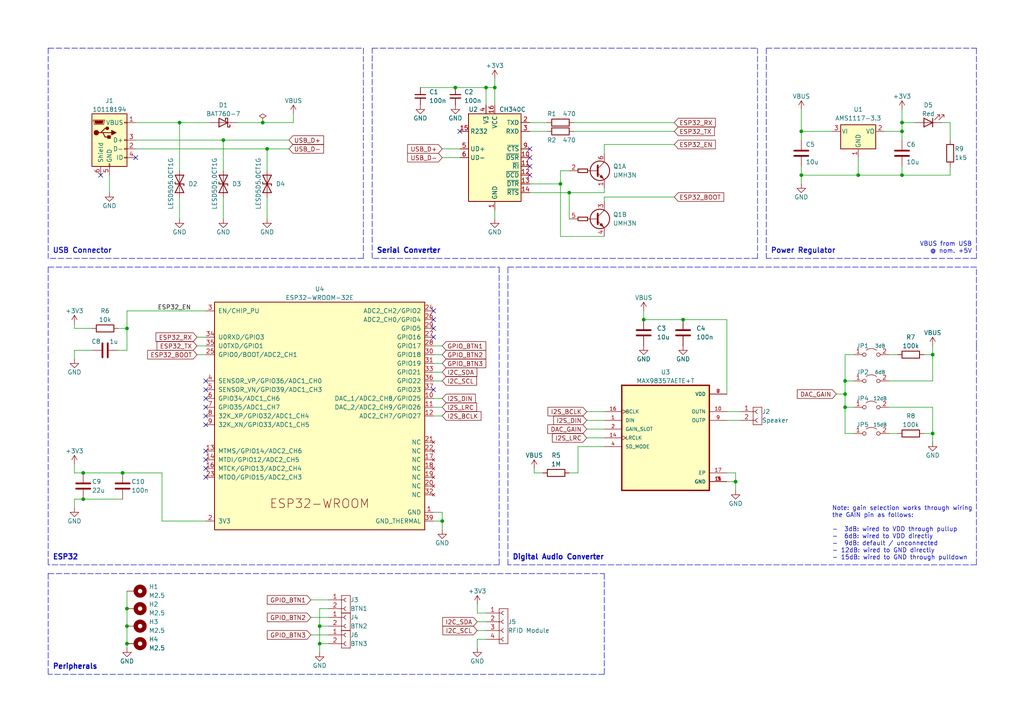
<source format=kicad_sch>
(kicad_sch (version 20211123) (generator eeschema)
  (paper "A4")
  (title_block (title "Jukebox") (date "2022-11-08") (rev "1.0") (company "Jonas Döbertin"))
  (lib_symbols
    (symbol "Connector:Conn_01x02_Female" (pin_names (offset 1.016) hide)
      (property "Reference" "J" (at 0 2.54 0))
      (property "Value" "Conn_01x02_Female" (at 0 -5.08 0))
      (symbol "Conn_01x02_Female_1_1"
        (pin passive line (at -5.08 0 0) (length 3.81) (name "Pin_1") (number "1"))
        (pin passive line (at -5.08 -2.54 0) (length 3.81) (name "Pin_2") (number "2"))
      )
    )
    (symbol "Connector:Conn_01x04_Female" (pin_names (offset 1.016) hide)
      (property "Reference" "J" (at 0 5.08 0))
      (property "Value" "Conn_01x04_Female" (at 0 -7.62 0))
      (symbol "Conn_01x04_Female_1_1"
        (pin passive line (at -5.08 2.54 0) (length 3.81) (name "Pin_1") (number "1"))
        (pin passive line (at -5.08 0 0) (length 3.81) (name "Pin_2") (number "2"))
        (pin passive line (at -5.08 -2.54 0) (length 3.81) (name "Pin_3") (number "3"))
        (pin passive line (at -5.08 -5.08 0) (length 3.81) (name "Pin_4") (number "4"))
      )
    )
    (symbol "Connector:USB_B_Micro" (pin_names (offset 1.016))
      (property "Reference" "J" (at -5.08 11.43 0))
      (property "Value" "USB_B_Micro" (at -5.08 8.89 0))
      (symbol "USB_B_Micro_1_1"
        (pin power_out line (at 7.62 5.08 180) (length 2.54) (name "VBUS") (number "1"))
        (pin bidirectional line (at 7.62 -2.54 180) (length 2.54) (name "D-") (number "2"))
        (pin bidirectional line (at 7.62 0 180) (length 2.54) (name "D+") (number "3"))
        (pin passive line (at 7.62 -5.08 180) (length 2.54) (name "ID") (number "4"))
        (pin power_out line (at 0 -10.16 90) (length 2.54) (name "GND") (number "5"))
        (pin passive line (at -2.54 -10.16 90) (length 2.54) (name "Shield") (number "6"))
      )
    )
    (symbol "Device:C" (pin_numbers hide) (pin_names (offset 0.254))
      (property "Reference" "C" (at 0.635 2.54 0))
      (property "Value" "C" (at 0.635 -2.54 0))
      (symbol "C_1_1"
        (pin passive line (at 0 3.81 270) (length 2.794) (name "~") (number "1"))
        (pin passive line (at 0 -3.81 90) (length 2.794) (name "~") (number "2"))
      )
    )
    (symbol "Device:C_Small" (pin_numbers hide) (pin_names (offset 0.254) hide)
      (property "Reference" "C" (at 0.254 1.778 0))
      (property "Value" "C_Small" (at 0.254 -2.032 0))
      (symbol "C_Small_1_1"
        (pin passive line (at 0 2.54 270) (length 2.032) (name "~") (number "1"))
        (pin passive line (at 0 -2.54 90) (length 2.032) (name "~") (number "2"))
      )
    )
    (symbol "Device:D_Schottky" (pin_numbers hide) (pin_names (offset 1.016) hide)
      (property "Reference" "D" (at 0 2.54 0))
      (property "Value" "D_Schottky" (at 0 -2.54 0))
      (symbol "D_Schottky_1_1"
        (pin passive line (at -3.81 0 0) (length 2.54) (name "K") (number "1"))
        (pin passive line (at 3.81 0 180) (length 2.54) (name "A") (number "2"))
      )
    )
    (symbol "Device:D_TVS" (pin_numbers hide) (pin_names (offset 1.016) hide)
      (property "Reference" "D" (at 0 2.54 0))
      (property "Value" "D_TVS" (at 0 -2.54 0))
      (symbol "D_TVS_1_1"
        (pin passive line (at -3.81 0 0) (length 2.54) (name "A1") (number "1"))
        (pin passive line (at 3.81 0 180) (length 2.54) (name "A2") (number "2"))
      )
    )
    (symbol "Device:LED" (pin_numbers hide) (pin_names (offset 1.016) hide)
      (property "Reference" "D" (at 0 2.54 0))
      (property "Value" "LED" (at 0 -2.54 0))
      (symbol "LED_1_1"
        (pin passive line (at -3.81 0 0) (length 2.54) (name "K") (number "1"))
        (pin passive line (at 3.81 0 180) (length 2.54) (name "A") (number "2"))
      )
    )
    (symbol "Device:R" (pin_numbers hide) (pin_names (offset 0))
      (property "Reference" "R" (at 2.032 0 90))
      (property "Value" "R" (at 0 0 90))
      (symbol "R_1_1"
        (pin passive line (at 0 3.81 270) (length 1.27) (name "~") (number "1"))
        (pin passive line (at 0 -3.81 90) (length 1.27) (name "~") (number "2"))
      )
    )
    (symbol "Espressif:ESP32-WROOM-E" (pin_names (offset 1.016))
      (property "Reference" "U" (at -30.48 38.1 0))
      (property "Value" "ESP32-WROOM-E" (at -30.48 35.56 0))
      (symbol "ESP32-WROOM-E_1_1"
        (text "ESP32-­WROOM­" (at 0 -25.4 0) (effects (font (size 2.54 2.54))))
        (pin power_in line (at 33.02 -27.94 180) (length 2.54) (name "GND") (number "1"))
        (pin bidirectional line (at 33.02 5.08 180) (length 2.54) (name "DAC_1/ADC2_CH8/GPIO25") (number "10"))
        (pin bidirectional line (at 33.02 2.54 180) (length 2.54) (name "DAC_2/ADC2_CH9/GPIO26") (number "11"))
        (pin bidirectional line (at 33.02 0 180) (length 2.54) (name "ADC2_CH7/GPIO27") (number "12"))
        (pin bidirectional line (at -33.02 -10.16 0) (length 2.54) (name "MTMS/GPIO14/ADC2_CH6") (number "13"))
        (pin bidirectional line (at -33.02 -12.7 0) (length 2.54) (name "MTDI/GPIO12/ADC2_CH5") (number "14"))
        (pin passive line (at 33.02 -27.94 180) (length 2.54) hide (name "GND") (number "15"))
        (pin bidirectional line (at -33.02 -15.24 0) (length 2.54) (name "MTCK/GPIO13/ADC2_CH4") (number "16"))
        (pin no_connect line (at 33.02 -12.7 180) (length 2.54) (name "NC") (number "17"))
        (pin no_connect line (at 33.02 -15.24 180) (length 2.54) (name "NC") (number "18"))
        (pin no_connect line (at 33.02 -17.78 180) (length 2.54) (name "NC") (number "19"))
        (pin power_in line (at -33.02 -30.48 0) (length 2.54) (name "3V3") (number "2"))
        (pin no_connect line (at 33.02 -20.32 180) (length 2.54) (name "NC") (number "20"))
        (pin no_connect line (at 33.02 -7.62 180) (length 2.54) (name "NC") (number "21"))
        (pin no_connect line (at 33.02 -10.16 180) (length 2.54) (name "NC") (number "22"))
        (pin bidirectional line (at -33.02 -17.78 0) (length 2.54) (name "MTDO/GPIO15/ADC2_CH3") (number "23"))
        (pin bidirectional line (at 33.02 30.48 180) (length 2.54) (name "ADC2_CH2/GPIO2") (number "24"))
        (pin bidirectional line (at -33.02 17.78 0) (length 2.54) (name "GPIO0/BOOT/ADC2_CH1") (number "25"))
        (pin bidirectional line (at 33.02 27.94 180) (length 2.54) (name "ADC2_CH0/GPIO4") (number "26"))
        (pin bidirectional line (at 33.02 22.86 180) (length 2.54) (name "GPIO16") (number "27"))
        (pin bidirectional line (at 33.02 20.32 180) (length 2.54) (name "GPIO17") (number "28"))
        (pin bidirectional line (at 33.02 25.4 180) (length 2.54) (name "GPIO5") (number "29"))
        (pin input line (at -33.02 30.48 0) (length 2.54) (name "EN/CHIP_PU") (number "3"))
        (pin bidirectional line (at 33.02 17.78 180) (length 2.54) (name "GPIO18") (number "30"))
        (pin bidirectional line (at 33.02 15.24 180) (length 2.54) (name "GPIO19") (number "31"))
        (pin no_connect line (at 33.02 -22.86 180) (length 2.54) (name "NC") (number "32"))
        (pin bidirectional line (at 33.02 12.7 180) (length 2.54) (name "GPIO21") (number "33"))
        (pin bidirectional line (at -33.02 22.86 0) (length 2.54) (name "U0RXD/GPIO3") (number "34"))
        (pin bidirectional line (at -33.02 20.32 0) (length 2.54) (name "U0TXD/GPIO1") (number "35"))
        (pin bidirectional line (at 33.02 10.16 180) (length 2.54) (name "GPIO22") (number "36"))
        (pin bidirectional line (at 33.02 7.62 180) (length 2.54) (name "GPIO23") (number "37"))
        (pin passive line (at 33.02 -27.94 180) (length 2.54) hide (name "GND") (number "38"))
        (pin power_in line (at 33.02 -30.48 180) (length 2.54) (name "GND_THERMAL") (number "39"))
        (pin input line (at -33.02 10.16 0) (length 2.54) (name "SENSOR_VP/GPIO36/ADC1_CH0") (number "4"))
        (pin input line (at -33.02 7.62 0) (length 2.54) (name "SENSOR_VN/GPIO39/ADC1_CH3") (number "5"))
        (pin input line (at -33.02 5.08 0) (length 2.54) (name "GPIO34/ADC1_CH6") (number "6"))
        (pin input line (at -33.02 2.54 0) (length 2.54) (name "GPIO35/ADC1_CH7") (number "7"))
        (pin bidirectional line (at -33.02 0 0) (length 2.54) (name "32K_XP/GPIO32/ADC1_CH4") (number "8"))
        (pin bidirectional line (at -33.02 -2.54 0) (length 2.54) (name "32K_XN/GPIO33/ADC1_CH5") (number "9"))
      )
    )
    (symbol "Interface_USB:CH340C"
      (property "Reference" "U" (at -5.08 13.97 0))
      (property "Value" "CH340C" (at 1.27 13.97 0))
      (symbol "CH340C_1_1"
        (pin power_in line (at 0 -15.24 90) (length 2.54) (name "GND") (number "1"))
        (pin input line (at 10.16 0 180) (length 2.54) (name "~{DSR}") (number "10"))
        (pin input line (at 10.16 -2.54 180) (length 2.54) (name "~{RI}") (number "11"))
        (pin input line (at 10.16 -5.08 180) (length 2.54) (name "~{DCD}") (number "12"))
        (pin output line (at 10.16 -7.62 180) (length 2.54) (name "~{DTR}") (number "13"))
        (pin output line (at 10.16 -10.16 180) (length 2.54) (name "~{RTS}") (number "14"))
        (pin input line (at -10.16 7.62 0) (length 2.54) (name "R232") (number "15"))
        (pin power_in line (at 0 15.24 270) (length 2.54) (name "VCC") (number "16"))
        (pin output line (at 10.16 10.16 180) (length 2.54) (name "TXD") (number "2"))
        (pin input line (at 10.16 7.62 180) (length 2.54) (name "RXD") (number "3"))
        (pin passive line (at -2.54 15.24 270) (length 2.54) (name "V3") (number "4"))
        (pin bidirectional line (at -10.16 2.54 0) (length 2.54) (name "UD+") (number "5"))
        (pin bidirectional line (at -10.16 0 0) (length 2.54) (name "UD-") (number "6"))
        (pin no_connect line (at -7.62 -7.62 0) (length 2.54) hide (name "NC") (number "7"))
        (pin no_connect line (at -7.62 -10.16 0) (length 2.54) hide (name "NC") (number "8"))
        (pin input line (at 10.16 2.54 180) (length 2.54) (name "~{CTS}") (number "9"))
      )
    )
    (symbol "Jumper:Jumper_2_Open" (pin_names (offset 0) hide)
      (property "Reference" "JP" (at 0 2.794 0))
      (property "Value" "Jumper_2_Open" (at 0 -2.286 0))
      (symbol "Jumper_2_Open_1_1"
        (pin passive line (at -5.08 0 0) (length 2.54) (name "A") (number "1"))
        (pin passive line (at 5.08 0 180) (length 2.54) (name "B") (number "2"))
      )
    )
    (symbol "MAX98357AETE_T:MAX98357AETE+T" (pin_names (offset 1.016))
      (property "Reference" "U" (at -12.7 16.2306 0))
      (property "Value" "MAX98357AETE+T" (at -12.7 -19.2278 0))
      (symbol "MAX98357AETE+T_0_0"
        (pin input line (at -17.78 5.08 0) (length 5.08) (name "DIN") (number "1"))
        (pin output line (at 17.78 7.62 180) (length 5.08) (name "OUTN") (number "10"))
        (pin power_in line (at 17.78 -12.7 180) (length 5.08) (name "GND") (number "11"))
        (pin input clock (at -17.78 0 0) (length 5.08) (name "LRCLK") (number "14"))
        (pin power_in line (at 17.78 -12.7 180) (length 5.08) (name "GND") (number "15"))
        (pin input clock (at -17.78 7.62 0) (length 5.08) (name "BCLK") (number "16"))
        (pin power_in line (at 17.78 -10.16 180) (length 5.08) (name "EP") (number "17"))
        (pin input line (at -17.78 2.54 0) (length 5.08) (name "GAIN_SLOT") (number "2"))
        (pin power_in line (at 17.78 -12.7 180) (length 5.08) (name "GND") (number "3"))
        (pin input line (at -17.78 -2.54 0) (length 5.08) (name "SD_MODE") (number "4"))
        (pin power_in line (at 17.78 12.7 180) (length 5.08) (name "VDD") (number "7"))
        (pin power_in line (at 17.78 12.7 180) (length 5.08) (name "VDD") (number "8"))
        (pin output line (at 17.78 5.08 180) (length 5.08) (name "OUTP") (number "9"))
      )
    )
    (symbol "Mechanical:MountingHole_Pad" (pin_numbers hide) (pin_names (offset 1.016) hide)
      (property "Reference" "H" (at 0 6.35 0))
      (property "Value" "MountingHole_Pad" (at 0 4.445 0))
      (symbol "MountingHole_Pad_1_1"
        (pin input line (at 0 -2.54 90) (length 2.54) (name "1") (number "1"))
      )
    )
    (symbol "Power_Protection:USBLC6-2SC6" (pin_names hide)
      (property "Reference" "U" (at 2.54 8.89 0))
      (property "Value" "USBLC6-2SC6" (at 2.54 -8.89 0))
      (symbol "USBLC6-2SC6_1_1"
        (pin passive line (at -10.16 -2.54 0) (length 2.54) (name "I/O1") (number "1"))
        (pin passive line (at 0 -10.16 90) (length 2.54) (name "GND") (number "2"))
        (pin passive line (at 10.16 -2.54 180) (length 2.54) (name "I/O2") (number "3"))
        (pin passive line (at 10.16 2.54 180) (length 2.54) (name "I/O2") (number "4"))
        (pin passive line (at 0 10.16 270) (length 2.54) (name "VBUS") (number "5"))
        (pin passive line (at -10.16 2.54 0) (length 2.54) (name "I/O1") (number "6"))
      )
    )
    (symbol "Regulator_Linear:AMS1117-3.3" (pin_names (offset 0.254))
      (property "Reference" "U" (at -3.81 3.175 0))
      (property "Value" "AMS1117-3.3" (at 0 3.175 0))
      (symbol "AMS1117-3.3_1_1"
        (pin power_in line (at 0 -7.62 90) (length 2.54) (name "GND") (number "1"))
        (pin power_out line (at 7.62 0 180) (length 2.54) (name "VO") (number "2"))
        (pin power_in line (at -7.62 0 0) (length 2.54) (name "VI") (number "3"))
      )
    )
    (symbol "Transistor_BJT:UMH3N" (pin_names hide)
      (property "Reference" "Q" (at 7.62 1.27 0))
      (property "Value" "UMH3N" (at 7.62 -1.27 0))
      (symbol "UMH3N_1_1"
        (pin passive line (at 5.08 -5.08 90) (length 2.54) (name "E1") (number "1"))
        (pin input line (at -5.08 0 0) (length 2.54) (name "B1") (number "2"))
        (pin passive line (at 5.08 5.08 270) (length 2.54) (name "C1") (number "6"))
      )
      (symbol "UMH3N_2_1"
        (pin passive line (at 5.08 5.08 270) (length 2.54) (name "C2") (number "3"))
        (pin passive line (at 5.08 -5.08 90) (length 2.54) (name "E2") (number "4"))
        (pin input line (at -5.08 0 0) (length 2.54) (name "B2") (number "5"))
      )
    )
    (symbol "power:+3V3" (power) (pin_names (offset 0))
      (property "Value" "+3V3" (at 0 3.556 0))
      (symbol "+3V3_1_1"
        (pin power_in line (at 0 0 90) (length 0) hide (name "+3V3") (number "1"))
      )
    )
    (symbol "power:GND" (power) (pin_names (offset 0))
      (property "Value" "GND" (at 0 -3.81 0))
      (symbol "GND_1_1"
        (pin power_in line (at 0 0 270) (length 0) hide (name "GND") (number "1"))
      )
    )
    (symbol "power:PWR_FLAG" (power) (pin_numbers hide) (pin_names (offset 0) hide)
      (property "Value" "PWR_FLAG" (at 0 3.81 0))
      (symbol "PWR_FLAG_0_0"
        (pin power_out line (at 0 0 90) (length 0) (name "pwr") (number "1"))
      )
    )
    (symbol "power:VBUS" (power) (pin_names (offset 0))
      (property "Value" "VBUS" (at 0 3.81 0))
      (symbol "VBUS_1_1"
        (pin power_in line (at 0 0 90) (length 0) hide (name "VBUS") (number "1"))
      )
    )
  )
  (junction (at 245.11 118.11))
  (junction (at 245.11 110.49))
  (junction (at 77.47 43.18))
  (junction (at 140.97 25.4))
  (junction (at 261.62 50.8))
  (junction (at 128.27 151.13))
  (junction (at 36.83 186.69))
  (junction (at 213.36 139.7))
  (junction (at 36.83 181.61))
  (junction (at 24.13 137.16))
  (junction (at 36.83 176.53))
  (junction (at 35.56 137.16))
  (junction (at 261.62 38.1))
  (junction (at 232.41 38.1))
  (junction (at 92.71 181.61))
  (junction (at 132.08 25.4))
  (junction (at 261.62 35.56))
  (junction (at 52.07 35.56))
  (junction (at 36.83 95.25))
  (junction (at 245.11 114.3))
  (junction (at 270.51 102.87))
  (junction (at 270.51 125.73))
  (junction (at 248.92 50.8))
  (junction (at 232.41 50.8))
  (junction (at 92.71 186.69))
  (junction (at 162.56 53.34))
  (junction (at 186.69 92.71))
  (junction (at 198.12 92.71))
  (junction (at 143.51 25.4))
  (junction (at 24.13 144.78))
  (junction (at 76.2 35.56))
  (junction (at 165.1 55.88))
  (junction (at 64.77 40.64))
  (no_connect (at 153.67 50.8))
  (no_connect (at 59.69 135.89))
  (no_connect (at 125.73 90.17))
  (no_connect (at 153.67 43.18))
  (no_connect (at 125.73 97.79))
  (no_connect (at 153.67 48.26))
  (no_connect (at 133.35 38.1))
  (no_connect (at 59.69 130.81))
  (no_connect (at 59.69 120.65))
  (no_connect (at 125.73 113.03))
  (no_connect (at 59.69 138.43))
  (no_connect (at 153.67 45.72))
  (no_connect (at 29.21 50.8))
  (no_connect (at 59.69 113.03))
  (no_connect (at 59.69 133.35))
  (no_connect (at 125.73 95.25))
  (no_connect (at 59.69 123.19))
  (no_connect (at 59.69 115.57))
  (no_connect (at 125.73 92.71))
  (no_connect (at 39.37 45.72))
  (no_connect (at 59.69 118.11))
  (no_connect (at 59.69 110.49))
  (wire (pts (xy 52.07 35.56) (xy 60.96 35.56)))
  (wire (pts (xy 57.15 102.87) (xy 59.69 102.87)))
  (wire (pts (xy 64.77 40.64) (xy 64.77 49.53)))
  (wire (pts (xy 77.47 43.18) (xy 77.47 49.53)))
  (wire (pts (xy 92.71 181.61) (xy 92.71 186.69)))
  (polyline (pts (xy 218.44 118.11) (xy 218.44 123.19)) (stroke (width 0) (type solid) (color 132 0 0 1)))
  (wire (pts (xy 46.99 151.13) (xy 59.69 151.13)))
  (wire (pts (xy 90.17 184.15) (xy 95.25 184.15)))
  (wire (pts (xy 121.92 25.4) (xy 132.08 25.4)))
  (wire (pts (xy 162.56 53.34) (xy 162.56 68.58)))
  (wire (pts (xy 143.51 22.86) (xy 143.51 25.4)))
  (polyline (pts (xy 220.98 123.19) (xy 220.98 118.11)) (stroke (width 0) (type solid) (color 132 0 0 1)))
  (polyline (pts (xy 13.97 13.97) (xy 105.41 13.97)))
  (wire (pts (xy 270.51 102.87) (xy 270.51 110.49)))
  (wire (pts (xy 128.27 43.18) (xy 133.35 43.18)))
  (wire (pts (xy 165.1 49.53) (xy 162.56 49.53)))
  (wire (pts (xy 210.82 139.7) (xy 213.36 139.7)))
  (wire (pts (xy 64.77 40.64) (xy 83.82 40.64)))
  (wire (pts (xy 232.41 40.64) (xy 232.41 38.1)))
  (polyline (pts (xy 218.44 118.11) (xy 220.98 118.11)) (stroke (width 0) (type solid) (color 132 0 0 1)))
  (wire (pts (xy 261.62 50.8) (xy 275.59 50.8)))
  (wire (pts (xy 21.59 101.6) (xy 21.59 104.14)))
  (polyline (pts (xy 144.78 163.83) (xy 13.97 163.83)))
  (wire (pts (xy 21.59 144.78) (xy 21.59 147.32)))
  (wire (pts (xy 245.11 110.49) (xy 245.11 114.3)))
  (wire (pts (xy 245.11 114.3) (xy 245.11 118.11)))
  (wire (pts (xy 140.97 30.48) (xy 140.97 25.4)))
  (wire (pts (xy 198.12 92.71) (xy 210.82 92.71)))
  (wire (pts (xy 270.51 128.27) (xy 270.51 125.73)))
  (wire (pts (xy 157.48 137.16) (xy 154.94 137.16)))
  (wire (pts (xy 128.27 153.67) (xy 128.27 151.13)))
  (polyline (pts (xy 99.06 182.88) (xy 101.6 182.88)) (stroke (width 0) (type solid) (color 132 0 0 1)))
  (wire (pts (xy 34.29 101.6) (xy 36.83 101.6)))
  (polyline (pts (xy 219.71 13.97) (xy 219.71 74.93)))
  (polyline (pts (xy 144.78 176.53) (xy 144.78 186.69)) (stroke (width 0) (type solid) (color 132 0 0 1)))
  (polyline (pts (xy 147.32 163.83) (xy 147.32 77.47)))
  (wire (pts (xy 138.43 187.96) (xy 138.43 185.42)))
  (wire (pts (xy 267.97 125.73) (xy 270.51 125.73)))
  (wire (pts (xy 175.26 54.61) (xy 175.26 55.88)))
  (wire (pts (xy 214.63 121.92) (xy 210.82 121.92)))
  (wire (pts (xy 36.83 187.96) (xy 36.83 186.69)))
  (wire (pts (xy 175.26 58.42) (xy 175.26 57.15)))
  (polyline (pts (xy 219.71 74.93) (xy 107.95 74.93)))
  (wire (pts (xy 128.27 115.57) (xy 125.73 115.57)))
  (polyline (pts (xy 99.06 177.8) (xy 101.6 177.8)) (stroke (width 0) (type solid) (color 132 0 0 1)))
  (wire (pts (xy 167.64 129.54) (xy 167.64 137.16)))
  (wire (pts (xy 166.37 38.1) (xy 195.58 38.1)))
  (polyline (pts (xy 218.44 123.19) (xy 220.98 123.19)) (stroke (width 0) (type solid) (color 132 0 0 1)))
  (wire (pts (xy 24.13 137.16) (xy 35.56 137.16)))
  (wire (pts (xy 210.82 114.3) (xy 210.82 92.71)))
  (wire (pts (xy 275.59 48.26) (xy 275.59 50.8)))
  (wire (pts (xy 175.26 44.45) (xy 175.26 41.91)))
  (wire (pts (xy 143.51 30.48) (xy 143.51 25.4)))
  (wire (pts (xy 267.97 102.87) (xy 270.51 102.87)))
  (wire (pts (xy 39.37 40.64) (xy 64.77 40.64)))
  (wire (pts (xy 21.59 137.16) (xy 24.13 137.16)))
  (wire (pts (xy 257.81 118.11) (xy 270.51 118.11)))
  (wire (pts (xy 138.43 185.42) (xy 140.97 185.42)))
  (polyline (pts (xy 283.21 74.93) (xy 222.25 74.93)))
  (wire (pts (xy 153.67 55.88) (xy 165.1 55.88)))
  (polyline (pts (xy 105.41 74.93) (xy 13.97 74.93)))
  (wire (pts (xy 128.27 120.65) (xy 125.73 120.65)))
  (wire (pts (xy 165.1 55.88) (xy 175.26 55.88)))
  (wire (pts (xy 26.67 101.6) (xy 21.59 101.6)))
  (wire (pts (xy 158.75 38.1) (xy 153.67 38.1)))
  (wire (pts (xy 143.51 63.5) (xy 143.51 60.96)))
  (wire (pts (xy 52.07 57.15) (xy 52.07 63.5)))
  (wire (pts (xy 92.71 176.53) (xy 92.71 181.61)))
  (wire (pts (xy 26.67 95.25) (xy 21.59 95.25)))
  (wire (pts (xy 232.41 38.1) (xy 241.3 38.1)))
  (polyline (pts (xy 222.25 13.97) (xy 222.25 74.93)))
  (wire (pts (xy 138.43 175.26) (xy 138.43 177.8)))
  (polyline (pts (xy 101.6 172.72) (xy 101.6 177.8)) (stroke (width 0) (type solid) (color 132 0 0 1)))
  (wire (pts (xy 170.18 124.46) (xy 175.26 124.46)))
  (polyline (pts (xy 101.6 182.88) (xy 101.6 187.96)) (stroke (width 0) (type solid) (color 132 0 0 1)))
  (wire (pts (xy 245.11 118.11) (xy 245.11 125.73)))
  (wire (pts (xy 261.62 48.26) (xy 261.62 50.8)))
  (wire (pts (xy 77.47 43.18) (xy 83.82 43.18)))
  (wire (pts (xy 128.27 110.49) (xy 125.73 110.49)))
  (wire (pts (xy 170.18 127) (xy 175.26 127)))
  (wire (pts (xy 248.92 50.8) (xy 261.62 50.8)))
  (wire (pts (xy 132.08 25.4) (xy 140.97 25.4)))
  (wire (pts (xy 92.71 186.69) (xy 92.71 189.23)))
  (wire (pts (xy 214.63 119.38) (xy 210.82 119.38)))
  (wire (pts (xy 213.36 137.16) (xy 213.36 139.7)))
  (wire (pts (xy 175.26 41.91) (xy 195.58 41.91)))
  (wire (pts (xy 154.94 135.89) (xy 154.94 137.16)))
  (wire (pts (xy 248.92 45.72) (xy 248.92 50.8)))
  (wire (pts (xy 140.97 25.4) (xy 143.51 25.4)))
  (wire (pts (xy 242.57 114.3) (xy 245.11 114.3)))
  (wire (pts (xy 257.81 125.73) (xy 260.35 125.73)))
  (wire (pts (xy 57.15 100.33) (xy 59.69 100.33)))
  (wire (pts (xy 36.83 90.17) (xy 59.69 90.17)))
  (wire (pts (xy 128.27 118.11) (xy 125.73 118.11)))
  (polyline (pts (xy 175.26 166.37) (xy 175.26 195.58)))
  (wire (pts (xy 232.41 50.8) (xy 232.41 53.34)))
  (wire (pts (xy 36.83 181.61) (xy 36.83 186.69)))
  (polyline (pts (xy 107.95 74.93) (xy 107.95 13.97)))
  (wire (pts (xy 170.18 121.92) (xy 175.26 121.92)))
  (wire (pts (xy 210.82 137.16) (xy 213.36 137.16)))
  (wire (pts (xy 245.11 110.49) (xy 247.65 110.49)))
  (wire (pts (xy 213.36 139.7) (xy 213.36 142.24)))
  (wire (pts (xy 128.27 105.41) (xy 125.73 105.41)))
  (wire (pts (xy 36.83 95.25) (xy 36.83 90.17)))
  (wire (pts (xy 35.56 137.16) (xy 46.99 137.16)))
  (polyline (pts (xy 101.6 187.96) (xy 99.06 187.96)) (stroke (width 0) (type solid) (color 132 0 0 1)))
  (wire (pts (xy 273.05 35.56) (xy 275.59 35.56)))
  (wire (pts (xy 167.64 137.16) (xy 165.1 137.16)))
  (wire (pts (xy 245.11 118.11) (xy 247.65 118.11)))
  (wire (pts (xy 36.83 95.25) (xy 36.83 101.6)))
  (wire (pts (xy 52.07 35.56) (xy 52.07 49.53)))
  (polyline (pts (xy 99.06 177.8) (xy 99.06 182.88)) (stroke (width 0) (type solid) (color 132 0 0 1)))
  (wire (pts (xy 275.59 35.56) (xy 275.59 40.64)))
  (polyline (pts (xy 13.97 13.97) (xy 13.97 74.93)))
  (wire (pts (xy 270.51 100.33) (xy 270.51 102.87)))
  (polyline (pts (xy 283.21 13.97) (xy 283.21 74.93)))
  (wire (pts (xy 270.51 118.11) (xy 270.51 125.73)))
  (wire (pts (xy 165.1 55.88) (xy 165.1 63.5)))
  (polyline (pts (xy 99.06 177.8) (xy 101.6 177.8)) (stroke (width 0) (type solid) (color 132 0 0 1)))
  (wire (pts (xy 92.71 181.61) (xy 95.25 181.61)))
  (polyline (pts (xy 144.78 77.47) (xy 144.78 163.83)))
  (polyline (pts (xy 13.97 166.37) (xy 13.97 195.58)))
  (wire (pts (xy 90.17 179.07) (xy 95.25 179.07)))
  (wire (pts (xy 21.59 134.62) (xy 21.59 137.16)))
  (wire (pts (xy 68.58 35.56) (xy 76.2 35.56)))
  (wire (pts (xy 128.27 148.59) (xy 128.27 151.13)))
  (polyline (pts (xy 99.06 177.8) (xy 99.06 172.72)) (stroke (width 0) (type solid) (color 132 0 0 1)))
  (wire (pts (xy 167.64 129.54) (xy 175.26 129.54)))
  (wire (pts (xy 257.81 102.87) (xy 260.35 102.87)))
  (polyline (pts (xy 99.06 172.72) (xy 101.6 172.72)) (stroke (width 0) (type solid) (color 132 0 0 1)))
  (wire (pts (xy 175.26 68.58) (xy 162.56 68.58)))
  (wire (pts (xy 245.11 125.73) (xy 247.65 125.73)))
  (wire (pts (xy 125.73 151.13) (xy 128.27 151.13)))
  (polyline (pts (xy 99.06 182.88) (xy 99.06 187.96)) (stroke (width 0) (type solid) (color 132 0 0 1)))
  (polyline (pts (xy 101.6 182.88) (xy 99.06 182.88)) (stroke (width 0) (type solid) (color 132 0 0 1)))
  (wire (pts (xy 128.27 107.95) (xy 125.73 107.95)))
  (wire (pts (xy 36.83 171.45) (xy 36.83 176.53)))
  (wire (pts (xy 57.15 97.79) (xy 59.69 97.79)))
  (polyline (pts (xy 13.97 77.47) (xy 13.97 163.83)))
  (wire (pts (xy 138.43 180.34) (xy 140.97 180.34)))
  (wire (pts (xy 170.18 119.38) (xy 175.26 119.38)))
  (wire (pts (xy 261.62 35.56) (xy 261.62 38.1)))
  (wire (pts (xy 34.29 95.25) (xy 36.83 95.25)))
  (wire (pts (xy 153.67 53.34) (xy 162.56 53.34)))
  (wire (pts (xy 90.17 173.99) (xy 95.25 173.99)))
  (wire (pts (xy 85.09 35.56) (xy 85.09 33.02)))
  (polyline (pts (xy 283.21 100.33) (xy 283.21 163.83)))
  (wire (pts (xy 95.25 176.53) (xy 92.71 176.53)))
  (wire (pts (xy 125.73 148.59) (xy 128.27 148.59)))
  (wire (pts (xy 31.75 55.88) (xy 31.75 50.8)))
  (polyline (pts (xy 283.21 163.83) (xy 147.32 163.83)))
  (wire (pts (xy 257.81 110.49) (xy 270.51 110.49)))
  (wire (pts (xy 76.2 35.56) (xy 85.09 35.56)))
  (wire (pts (xy 175.26 57.15) (xy 195.58 57.15)))
  (polyline (pts (xy 283.21 77.47) (xy 186.69 77.47)))
  (wire (pts (xy 64.77 57.15) (xy 64.77 63.5)))
  (wire (pts (xy 128.27 100.33) (xy 125.73 100.33)))
  (polyline (pts (xy 175.26 195.58) (xy 13.97 195.58)))
  (wire (pts (xy 248.92 50.8) (xy 232.41 50.8)))
  (wire (pts (xy 158.75 35.56) (xy 153.67 35.56)))
  (wire (pts (xy 261.62 35.56) (xy 265.43 35.56)))
  (wire (pts (xy 232.41 31.75) (xy 232.41 38.1)))
  (wire (pts (xy 245.11 102.87) (xy 245.11 110.49)))
  (wire (pts (xy 36.83 176.53) (xy 36.83 181.61)))
  (wire (pts (xy 138.43 182.88) (xy 140.97 182.88)))
  (polyline (pts (xy 144.78 176.53) (xy 147.32 176.53)) (stroke (width 0) (type solid) (color 132 0 0 1)))
  (polyline (pts (xy 13.97 166.37) (xy 175.26 166.37)))
  (wire (pts (xy 256.54 38.1) (xy 261.62 38.1)))
  (wire (pts (xy 232.41 50.8) (xy 232.41 48.26)))
  (wire (pts (xy 21.59 95.25) (xy 21.59 93.98)))
  (wire (pts (xy 140.97 177.8) (xy 138.43 177.8)))
  (polyline (pts (xy 186.69 77.47) (xy 186.69 77.47)))
  (polyline (pts (xy 147.32 77.47) (xy 186.69 77.47)))
  (wire (pts (xy 92.71 186.69) (xy 95.25 186.69)))
  (wire (pts (xy 24.13 144.78) (xy 21.59 144.78)))
  (wire (pts (xy 186.69 90.17) (xy 186.69 92.71)))
  (wire (pts (xy 24.13 144.78) (xy 35.56 144.78)))
  (polyline (pts (xy 101.6 177.8) (xy 101.6 182.88)) (stroke (width 0) (type solid) (color 132 0 0 1)))
  (wire (pts (xy 162.56 49.53) (xy 162.56 53.34)))
  (wire (pts (xy 128.27 102.87) (xy 125.73 102.87)))
  (polyline (pts (xy 222.25 13.97) (xy 283.21 13.97)))
  (wire (pts (xy 39.37 35.56) (xy 52.07 35.56)))
  (polyline (pts (xy 147.32 186.69) (xy 147.32 176.53)) (stroke (width 0) (type solid) (color 132 0 0 1)))
  (wire (pts (xy 247.65 102.87) (xy 245.11 102.87)))
  (polyline (pts (xy 144.78 186.69) (xy 147.32 186.69)) (stroke (width 0) (type solid) (color 132 0 0 1)))
  (wire (pts (xy 46.99 137.16) (xy 46.99 151.13)))
  (wire (pts (xy 39.37 43.18) (xy 77.47 43.18)))
  (wire (pts (xy 166.37 35.56) (xy 195.58 35.56)))
  (polyline (pts (xy 107.95 13.97) (xy 219.71 13.97)))
  (polyline (pts (xy 105.41 13.97) (xy 105.41 74.93)))
  (wire (pts (xy 261.62 38.1) (xy 261.62 40.64)))
  (wire (pts (xy 261.62 31.75) (xy 261.62 35.56)))
  (wire (pts (xy 186.69 92.71) (xy 198.12 92.71)))
  (wire (pts (xy 128.27 45.72) (xy 133.35 45.72)))
  (polyline (pts (xy 13.97 77.47) (xy 144.78 77.47)))
  (wire (pts (xy 77.47 57.15) (xy 77.47 63.5)))
  (polyline (pts (xy 283.21 100.33) (xy 283.21 77.47)))
  (text "Digital Audio Converter" (at 148.59 162.56 0) (effects (font (size 1.5 1.5) bold) (justify left bottom)))
  (text "Note: gain selection works through wiring\nthe GAIN pin as follows:\n\n-  3dB: wired to VDD through pullup\n-  6dB: wired to VDD directly\n-  9dB: default / unconnected\n- 12dB: wired to GND directly\n- 15dB: wired to GND through pulldown" (at 241.3 162.56 0) (effects (font (size 1.27 1.27)) (justify left bottom)))
  (text "ESP32" (at 15.24 162.56 0) (effects (font (size 1.5 1.5) (thickness 0.3) bold) (justify left bottom)))
  (text "USB Connector" (at 15.24 73.66 0) (effects (font (size 1.5 1.5) (thickness 0.254) bold) (justify left bottom)))
  (text "VBUS from USB\n@ nom. +5V" (at 281.94 73.66 180) (effects (font (size 1.27 1.27)) (justify right bottom)))
  (text "Changes:\n\n- Switched 2x S8050 in programming circuit for UMH3" (at 307.34 16.51 0) (effects (font (size 1.27 1.27)) (justify left bottom)))
  (text "Power Regulator" (at 223.52 73.66 0) (effects (font (size 1.5 1.5) (thickness 0.254) bold) (justify left bottom)))
  (text "Serial Converter" (at 109.22 73.66 0) (effects (font (size 1.5 1.5) (thickness 0.3) bold) (justify left bottom)))
  (text "Peripherals" (at 15.24 194.31 0) (effects (font (size 1.5 1.5) (thickness 0.3) bold) (justify left bottom)))
  (label "ESP32_EN" (at 45.72 90.17 0))
  (global_label "I2S_LRC" (shape input) (at 128.27 118.11 0) (property "Intersheet References" "${INTERSHEET_REFS}" (effects hide)))
  (global_label "GPIO_BTN3" (shape input) (at 90.17 184.15 180) (property "Intersheet References" "${INTERSHEET_REFS}" (effects hide)))
  (global_label "DAC_GAIN" (shape input) (at 170.18 124.46 180) (property "Intersheet References" "${INTERSHEET_REFS}" (effects hide)))
  (global_label "I2S_DIN" (shape input) (at 128.27 115.57 0) (property "Intersheet References" "${INTERSHEET_REFS}" (effects hide)))
  (global_label "I2S_BCLK" (shape input) (at 170.18 119.38 180) (property "Intersheet References" "${INTERSHEET_REFS}" (effects hide)))
  (global_label "I2S_DIN" (shape input) (at 170.18 121.92 180) (property "Intersheet References" "${INTERSHEET_REFS}" (effects hide)))
  (global_label "I2C_SDA" (shape input) (at 138.43 180.34 180) (property "Intersheet References" "${INTERSHEET_REFS}" (effects hide)))
  (global_label "USB_D+" (shape input) (at 83.82 40.64 0) (property "Intersheet References" "${INTERSHEET_REFS}" (effects hide)))
  (global_label "ESP32_EN" (shape input) (at 195.58 41.91 0) (property "Intersheet References" "${INTERSHEET_REFS}" (effects hide)))
  (global_label "ESP32_BOOT" (shape input) (at 195.58 57.15 0) (property "Intersheet References" "${INTERSHEET_REFS}" (effects hide)))
  (global_label "ESP32_BOOT" (shape input) (at 57.15 102.87 180) (property "Intersheet References" "${INTERSHEET_REFS}" (effects hide)))
  (global_label "USB_D-" (shape input) (at 83.82 43.18 0) (property "Intersheet References" "${INTERSHEET_REFS}" (effects hide)))
  (global_label "I2C_SDA" (shape input) (at 128.27 107.95 0) (property "Intersheet References" "${INTERSHEET_REFS}" (effects hide)))
  (global_label "I2C_SCL" (shape input) (at 138.43 182.88 180) (property "Intersheet References" "${INTERSHEET_REFS}" (effects hide)))
  (global_label "I2S_BCLK" (shape input) (at 128.27 120.65 0) (property "Intersheet References" "${INTERSHEET_REFS}" (effects hide)))
  (global_label "GPIO_BTN1" (shape input) (at 128.27 100.33 0) (property "Intersheet References" "${INTERSHEET_REFS}" (effects hide)))
  (global_label "I2S_LRC" (shape input) (at 170.18 127 180) (property "Intersheet References" "${INTERSHEET_REFS}" (effects hide)))
  (global_label "GPIO_BTN1" (shape input) (at 90.17 173.99 180) (property "Intersheet References" "${INTERSHEET_REFS}" (effects hide)))
  (global_label "GPIO_BTN2" (shape input) (at 128.27 102.87 0) (property "Intersheet References" "${INTERSHEET_REFS}" (effects hide)))
  (global_label "ESP32_TX" (shape input) (at 195.58 38.1 0) (property "Intersheet References" "${INTERSHEET_REFS}" (effects hide)))
  (global_label "USB_D+" (shape input) (at 128.27 43.18 180) (property "Intersheet References" "${INTERSHEET_REFS}" (effects hide)))
  (global_label "DAC_GAIN" (shape input) (at 242.57 114.3 180) (property "Intersheet References" "${INTERSHEET_REFS}" (effects hide)))
  (global_label "USB_D-" (shape input) (at 128.27 45.72 180) (property "Intersheet References" "${INTERSHEET_REFS}" (effects hide)))
  (global_label "I2C_SCL" (shape input) (at 128.27 110.49 0) (property "Intersheet References" "${INTERSHEET_REFS}" (effects hide)))
  (global_label "ESP32_RX" (shape input) (at 195.58 35.56 0) (property "Intersheet References" "${INTERSHEET_REFS}" (effects hide)))
  (global_label "ESP32_TX" (shape input) (at 57.15 100.33 180) (property "Intersheet References" "${INTERSHEET_REFS}" (effects hide)))
  (global_label "ESP32_RX" (shape input) (at 57.15 97.79 180) (property "Intersheet References" "${INTERSHEET_REFS}" (effects hide)))
  (global_label "GPIO_BTN2" (shape input) (at 90.17 179.07 180) (property "Intersheet References" "${INTERSHEET_REFS}" (effects hide)))
  (global_label "GPIO_BTN3" (shape input) (at 128.27 105.41 0) (property "Intersheet References" "${INTERSHEET_REFS}" (effects hide)))
  (symbol (lib_id "Mechanical:MountingHole_Pad") (at 39.37 181.61 270) (unit 1)
    (property "Reference" "H3" (at 43.18 180.3399 90) (effects (justify left)))
    (property "Value" "M2.5" (at 43.18 182.8799 90) (effects (justify left)))
    (property "Footprint" "MountingHole:MountingHole_2.7mm_M2.5_Pad_Via" (effects hide))
  )
  (symbol (lib_id "power:GND") (at 52.07 63.5 0) (unit 1)
    (property "Reference" "#PWR0105" (effects hide))
    (property "Value" "GND" (at 52.07 67.31 0))
  )
  (symbol (lib_id "power:GND") (at 21.59 104.14 0) (unit 1)
    (property "Reference" "#PWR018" (effects hide))
    (property "Value" "GND" (at 21.59 107.95 0))
  )
  (symbol (lib_id "power:GND") (at 128.27 153.67 0) (unit 1)
    (property "Reference" "#PWR022" (effects hide))
    (property "Value" "GND" (at 128.27 157.48 0))
  )
  (symbol (lib_id "power:GND") (at 92.71 189.23 0) (unit 1)
    (property "Reference" "#PWR026" (effects hide))
    (property "Value" "GND" (at 92.71 193.04 0))
  )
  (symbol (lib_id "power:+3V3") (at 21.59 93.98 0) (unit 1)
    (property "Reference" "#PWR016" (effects hide))
    (property "Value" "+3V3" (at 21.59 90.17 0))
  )
  (symbol (lib_id "power:VBUS") (at 186.69 90.17 0) (unit 1)
    (property "Reference" "#PWR04" (effects hide))
    (property "Value" "VBUS" (at 186.69 86.36 0))
  )
  (symbol (lib_id "Mechanical:MountingHole_Pad") (at 39.37 171.45 270) (unit 1)
    (property "Reference" "H1" (at 43.18 170.1799 90) (effects (justify left)))
    (property "Value" "M2.5" (at 43.18 172.7199 90) (effects (justify left)))
    (property "Footprint" "MountingHole:MountingHole_2.7mm_M2.5_Pad_Via" (effects hide))
  )
  (symbol (lib_id "Transistor_BJT:UMH3N") (at 170.18 49.53 0) (unit 1)
    (property "Reference" "Q1" (at 177.8 48.2599 0) (effects (justify left)))
    (property "Value" "UMH3N" (at 177.8 50.7999 0) (effects (justify left)))
    (property "Footprint" "Package_TO_SOT_SMD:SOT-363_SC-70-6" (effects hide))
    (property "Datasheet" "http://rohmfs.rohm.com/en/products/databook/datasheet/discrete/transistor/digital/emh3t2r-e.pdf" (effects hide))
    (property "LCSC" "C62892" (effects hide))
  )
  (symbol (lib_id "Connector:Conn_01x02_Female") (at 219.71 119.38 0) (unit 1)
    (property "Reference" "J2" (at 220.98 119.38 0) (effects (justify left)))
    (property "Value" "Speaker" (at 220.98 121.92 0) (effects (justify left)))
    (property "Footprint" "Connector_Molex:Molex_KK-254_AE-6410-02A_1x02_P2.54mm_Vertical" (effects hide))
  )
  (symbol (lib_id "Jumper:Jumper_2_Open") (at 252.73 118.11 0) (unit 1)
    (property "Reference" "JP4" (at 250.19 115.57 0))
    (property "Value" "12dB" (at 255.27 115.57 0) (effects (font (size 1 1))))
    (property "Footprint" "Connector_PinHeader_2.54mm:PinHeader_1x02_P2.54mm_Vertical" (effects hide))
  )
  (symbol (lib_id "power:GND") (at 143.51 63.5 0) (unit 1)
    (property "Reference" "#PWR013" (effects hide))
    (property "Value" "GND" (at 143.51 67.31 0))
  )
  (symbol (lib_id "Connector:Conn_01x02_Female") (at 100.33 179.07 0) (unit 1)
    (property "Reference" "J4" (at 101.6 179.0699 0) (effects (justify left)))
    (property "Value" "BTN2" (at 101.6 181.61 0) (effects (justify left)))
    (property "Footprint" "Connector_Molex:Molex_KK-254_AE-6410-02A_1x02_P2.54mm_Vertical" (effects hide))
  )
  (symbol (lib_id "power:GND") (at 132.08 30.48 0) (unit 1)
    (property "Reference" "#PWR03" (effects hide))
    (property "Value" "GND" (at 132.08 34.29 0))
  )
  (symbol (lib_id "MAX98357AETE_T:MAX98357AETE+T") (at 193.04 127 0) (unit 1)
    (property "Reference" "U3" (at 193.04 107.95 0))
    (property "Value" "MAX98357AETE+T" (at 193.04 110.49 0))
    (property "Footprint" "Package_DFN_QFN:TQFN-16-1EP_3x3mm_P0.5mm_EP1.23x1.23mm" (effects hide))
    (property "Datasheet" "https://datasheet.lcsc.com/lcsc/2201242100_Maxim-Integrated-MAX98357AETE-T_C910544.pdf" (effects hide))
    (property "MF" "Maxim Integrated" (effects hide))
    (property "Description" "Audio Amp Speaker 1-CH Mono Class-D 16-Pin TQFN EP T/R" (effects hide))
    (property "MP" "MAX98357AETE+T" (effects hide))
    (property "Availability" "Unavailable" (effects hide))
    (property "Package" "TQFN-16 Maxim" (effects hide))
    (property "LCSC" "C910544" (effects hide))
  )
  (symbol (lib_id "Device:R") (at 161.29 137.16 90) (mirror x) (unit 1)
    (property "Reference" "R5" (at 161.29 132.08 90))
    (property "Value" "1M" (at 161.29 134.62 90))
    (property "Footprint" "Resistor_SMD:R_0805_2012Metric" (effects hide))
    (property "LCSC" "C17514" (effects hide))
  )
  (symbol (lib_id "Device:C") (at 30.48 101.6 90) (unit 1)
    (property "Reference" "C8" (at 29.21 99.06 90) (effects (justify left)))
    (property "Value" "1u" (at 34.29 99.06 90) (effects (justify left)))
    (property "Footprint" "Capacitor_SMD:C_0603_1608Metric" (effects hide))
    (property "LCSC" "C15849" (effects hide))
  )
  (symbol (lib_id "Device:C_Small") (at 132.08 27.94 0) (unit 1)
    (property "Reference" "C2" (at 134.62 26.67 0) (effects (justify left)))
    (property "Value" "100n" (at 134.62 29.21 0) (effects (justify left)))
    (property "Footprint" "Capacitor_SMD:C_0603_1608Metric" (effects hide))
    (property "LCSC" "C14663" (effects hide))
  )
  (symbol (lib_id "power:+3V3") (at 261.62 31.75 0) (unit 1)
    (property "Reference" "#PWR07" (effects hide))
    (property "Value" "+3V3" (at 261.62 27.94 0))
  )
  (symbol (lib_id "Regulator_Linear:AMS1117-3.3") (at 248.92 38.1 0) (unit 1)
    (property "Reference" "U1" (at 248.92 31.75 0))
    (property "Value" "AMS1117-3.3" (at 248.92 34.29 0))
    (property "Footprint" "Package_TO_SOT_SMD:SOT-223-3_TabPin2" (effects hide))
    (property "Datasheet" "http://www.advanced-monolithic.com/pdf/ds1117.pdf" (effects hide))
    (property "LCSC" "C6186" (effects hide))
  )
  (symbol (lib_id "Connector:Conn_01x04_Female") (at 146.05 180.34 0) (unit 1)
    (property "Reference" "J5" (at 147.32 180.3399 0) (effects (justify left)))
    (property "Value" "RFID Module" (at 147.32 182.8799 0) (effects (justify left)))
    (property "Footprint" "Connector_Molex:Molex_KK-254_AE-6410-04A_1x04_P2.54mm_Vertical" (effects hide))
  )
  (symbol (lib_id "Device:R") (at 30.48 95.25 90) (unit 1)
    (property "Reference" "R6" (at 30.48 90.17 90))
    (property "Value" "10k" (at 30.48 92.71 90))
    (property "Footprint" "Resistor_SMD:R_0603_1608Metric" (effects hide))
    (property "LCSC" "C25804" (effects hide))
  )
  (symbol (lib_id "power:GND") (at 64.77 63.5 0) (unit 1)
    (property "Reference" "#PWR0103" (effects hide))
    (property "Value" "GND" (at 64.77 67.31 0))
  )
  (symbol (lib_id "power:GND") (at 270.51 128.27 0) (unit 1)
    (property "Reference" "#PWR020" (effects hide))
    (property "Value" "GND" (at 270.51 132.08 0))
  )
  (symbol (lib_id "Connector:Conn_01x02_Female") (at 100.33 173.99 0) (unit 1)
    (property "Reference" "J3" (at 101.6 173.9899 0) (effects (justify left)))
    (property "Value" "BTN1" (at 101.6 176.53 0) (effects (justify left)))
    (property "Footprint" "Connector_Molex:Molex_KK-254_AE-6410-02A_1x02_P2.54mm_Vertical" (effects hide))
  )
  (symbol (lib_id "Device:D_TVS") (at 77.47 53.34 90) (unit 1)
    (property "Reference" "D4" (at 80.01 53.34 90) (effects (justify right)))
    (property "Value" "LESD5D5.0CT1G" (at 74.93 45.72 0) (effects (justify right)))
    (property "Footprint" "Diode_SMD:D_SOD-523" (effects hide))
    (property "LCSC" "C383211" (effects hide))
  )
  (symbol (lib_id "power:GND") (at 232.41 53.34 0) (unit 1)
    (property "Reference" "#PWR011" (effects hide))
    (property "Value" "GND" (at 232.41 57.15 0))
  )
  (symbol (lib_id "power:GND") (at 121.92 30.48 0) (unit 1)
    (property "Reference" "#PWR02" (effects hide))
    (property "Value" "GND" (at 121.92 34.29 0))
  )
  (symbol (lib_id "Connector:USB_B_Micro") (at 31.75 40.64 0) (unit 1)
    (property "Reference" "J1" (at 31.75 29.21 0))
    (property "Value" "10118194" (at 31.75 31.75 0))
    (property "Footprint" "Connector_USB:USB_Micro-B_Amphenol_10118194_Horizontal" (effects hide))
    (property "Datasheet" "https://datasheet.lcsc.com/lcsc/1811131822_Amphenol-ICC-10118194-0001LF_C132563.pdf" (effects hide))
    (property "LCSC" "C132563" (effects hide))
  )
  (symbol (lib_id "power:VBUS") (at 232.41 31.75 0) (unit 1)
    (property "Reference" "#PWR06" (effects hide))
    (property "Value" "VBUS" (at 232.41 27.94 0))
  )
  (symbol (lib_id "Mechanical:MountingHole_Pad") (at 39.37 176.53 270) (unit 1)
    (property "Reference" "H2" (at 43.18 175.2599 90) (effects (justify left)))
    (property "Value" "M2.5" (at 43.18 177.7999 90) (effects (justify left)))
    (property "Footprint" "MountingHole:MountingHole_2.7mm_M2.5_Pad_Via" (effects hide))
  )
  (symbol (lib_id "Device:D_TVS") (at 64.77 53.34 90) (unit 1)
    (property "Reference" "D3" (at 67.31 53.34 90) (effects (justify right)))
    (property "Value" "LESD5D5.0CT1G" (at 62.23 45.72 0) (effects (justify right)))
    (property "Footprint" "Diode_SMD:D_SOD-523" (effects hide))
    (property "LCSC" "C383211" (effects hide))
  )
  (symbol (lib_id "Device:R") (at 264.16 102.87 270) (unit 1)
    (property "Reference" "R7" (at 264.16 97.79 90))
    (property "Value" "100k" (at 264.16 100.33 90))
    (property "Footprint" "Resistor_SMD:R_0603_1608Metric" (effects hide))
    (property "LCSC" "C25803" (effects hide))
  )
  (symbol (lib_id "Device:C") (at 186.69 96.52 0) (unit 1)
    (property "Reference" "C3" (at 190.5 95.2499 0) (effects (justify left)))
    (property "Value" "10u" (at 190.5 97.7899 0) (effects (justify left)))
    (property "Footprint" "Capacitor_SMD:C_0603_1608Metric" (effects hide))
    (property "LCSC" "C96446" (effects hide))
  )
  (symbol (lib_id "Device:C") (at 232.41 44.45 0) (unit 1)
    (property "Reference" "C5" (at 233.68 41.91 0) (effects (justify left)))
    (property "Value" "10u" (at 233.68 46.99 0) (effects (justify left)))
    (property "Footprint" "Capacitor_SMD:C_0805_2012Metric" (effects hide))
    (property "LCSC" "C15850" (effects hide))
  )
  (symbol (lib_id "Device:R") (at 162.56 38.1 270) (mirror x) (unit 1)
    (property "Reference" "R2" (at 160.02 40.64 90))
    (property "Value" "470" (at 165.1 40.64 90))
    (property "Footprint" "Resistor_SMD:R_0603_1608Metric" (effects hide))
    (property "LCSC" "C23179" (effects hide))
  )
  (symbol (lib_id "Device:C") (at 261.62 44.45 0) (unit 1)
    (property "Reference" "C6" (at 262.89 41.91 0) (effects (justify left)))
    (property "Value" "10u" (at 262.89 46.99 0) (effects (justify left)))
    (property "Footprint" "Capacitor_SMD:C_0805_2012Metric" (effects hide))
    (property "LCSC" "C15850" (effects hide))
  )
  (symbol (lib_id "power:+3V3") (at 21.59 134.62 0) (unit 1)
    (property "Reference" "#PWR019" (effects hide))
    (property "Value" "+3V3" (at 21.59 130.81 0))
  )
  (symbol (lib_id "Interface_USB:CH340C") (at 143.51 45.72 0) (unit 1)
    (property "Reference" "U2" (at 135.89 31.75 0) (effects (justify left)))
    (property "Value" "CH340C" (at 144.78 31.75 0) (effects (justify left)))
    (property "Footprint" "Package_SO:SOIC-16_3.9x9.9mm_P1.27mm" (effects hide))
    (property "Datasheet" "https://datasheet.lcsc.com/szlcsc/Jiangsu-Qin-Heng-CH340C_C84681.pdf" (effects hide))
    (property "LCSC" "C84681" (effects hide))
  )
  (symbol (lib_id "Device:D_Schottky") (at 64.77 35.56 180) (unit 1)
    (property "Reference" "D1" (at 64.77 30.48 0))
    (property "Value" "BAT760-7" (at 64.77 33.02 0))
    (property "Footprint" "Diode_SMD:D_SOD-323" (effects hide))
    (property "LCSC" "C124187" (effects hide))
  )
  (symbol (lib_id "Device:D_TVS") (at 52.07 53.34 90) (unit 1)
    (property "Reference" "D2" (at 54.61 53.34 90) (effects (justify right)))
    (property "Value" "LESD5D5.0CT1G" (at 49.53 45.72 0) (effects (justify right)))
    (property "Footprint" "Diode_SMD:D_SOD-523" (effects hide))
    (property "LCSC" "C383211" (effects hide))
  )
  (symbol (lib_id "Power_Protection:USBLC6-2SC6") (at 78.74 -25.4 0) (unit 1)
    (property "Reference" "U?" (at 83.82 -34.29 0) (effects (justify left)))
    (property "Value" "USBLC6-2SC6" (at 80.01 -16.51 0) (effects (justify left)))
    (property "Footprint" "Package_TO_SOT_SMD:SOT-23-6" (effects hide))
    (property "Datasheet" "https://www.st.com/resource/en/datasheet/usblc6-2.pdf" (effects hide))
  )
  (symbol (lib_id "power:GND") (at 77.47 63.5 0) (unit 1)
    (property "Reference" "#PWR0104" (effects hide))
    (property "Value" "GND" (at 77.47 67.31 0))
  )
  (symbol (lib_id "power:GND") (at 36.83 187.96 0) (unit 1)
    (property "Reference" "#PWR025" (effects hide))
    (property "Value" "GND" (at 36.83 191.77 0))
  )
  (symbol (lib_id "power:GND") (at 31.75 55.88 0) (unit 1)
    (property "Reference" "#PWR012" (effects hide))
    (property "Value" "GND" (at 31.75 59.69 0))
  )
  (symbol (lib_id "Jumper:Jumper_2_Open") (at 252.73 102.87 0) (unit 1)
    (property "Reference" "JP1" (at 250.19 100.33 0))
    (property "Value" "3dB" (at 255.27 100.33 0) (effects (font (size 1 1))))
    (property "Footprint" "Connector_PinHeader_2.54mm:PinHeader_1x02_P2.54mm_Vertical" (effects hide))
  )
  (symbol (lib_id "Jumper:Jumper_2_Open") (at 252.73 110.49 0) (unit 1)
    (property "Reference" "JP2" (at 250.19 107.95 0))
    (property "Value" "6dB" (at 255.27 107.95 0) (effects (font (size 1 1))))
    (property "Footprint" "Connector_PinHeader_2.54mm:PinHeader_1x02_P2.54mm_Vertical" (effects hide))
  )
  (symbol (lib_id "power:GND") (at 186.69 100.33 0) (unit 1)
    (property "Reference" "#PWR08" (effects hide))
    (property "Value" "GND" (at 186.69 104.14 0))
  )
  (symbol (lib_id "Device:R") (at 162.56 35.56 90) (unit 1)
    (property "Reference" "R1" (at 160.02 33.02 90))
    (property "Value" "470" (at 165.1 33.02 90))
    (property "Footprint" "Resistor_SMD:R_0603_1608Metric" (effects hide))
    (property "LCSC" "C23179" (effects hide))
  )
  (symbol (lib_id "Device:R") (at 275.59 44.45 180) (unit 1)
    (property "Reference" "R9" (at 276.86 43.18 0) (effects (justify right)))
    (property "Value" "1k5" (at 276.86 45.72 0) (effects (justify right)))
    (property "Footprint" "Resistor_SMD:R_0603_1608Metric" (effects hide))
    (property "LCSC" "C22843" (effects hide))
  )
  (symbol (lib_id "power:VBUS") (at 270.51 100.33 0) (unit 1)
    (property "Reference" "#PWR017" (effects hide))
    (property "Value" "VBUS" (at 270.51 96.52 0))
  )
  (symbol (lib_id "power:+3V3") (at 143.51 22.86 0) (unit 1)
    (property "Reference" "#PWR0106" (effects hide))
    (property "Value" "+3V3" (at 143.51 19.05 0))
  )
  (symbol (lib_id "Device:C") (at 198.12 96.52 0) (unit 1)
    (property "Reference" "C4" (at 201.93 95.2499 0) (effects (justify left)))
    (property "Value" "100n" (at 201.93 97.7899 0) (effects (justify left)))
    (property "Footprint" "Capacitor_SMD:C_0603_1608Metric" (effects hide))
    (property "LCSC" "C14663" (effects hide))
  )
  (symbol (lib_id "power:+3V3") (at 138.43 175.26 0) (unit 1)
    (property "Reference" "#PWR0102" (effects hide))
    (property "Value" "+3V3" (at 138.43 171.45 0))
  )
  (symbol (lib_id "power:GND") (at 198.12 100.33 0) (unit 1)
    (property "Reference" "#PWR09" (effects hide))
    (property "Value" "GND" (at 198.12 104.14 0))
  )
  (symbol (lib_id "Jumper:Jumper_2_Open") (at 252.73 125.73 0) (unit 1)
    (property "Reference" "JP5" (at 250.19 123.19 0))
    (property "Value" "15dB" (at 255.27 123.19 0) (effects (font (size 1 1))))
    (property "Footprint" "Connector_PinHeader_2.54mm:PinHeader_1x02_P2.54mm_Vertical" (effects hide))
  )
  (symbol (lib_id "Device:LED") (at 269.24 35.56 180) (unit 1)
    (property "Reference" "D5" (at 269.24 30.48 0))
    (property "Value" "Red" (at 269.24 33.02 0))
    (property "Footprint" "LED_SMD:LED_0603_1608Metric" (effects hide))
    (property "LCSC" "C2286" (effects hide))
  )
  (symbol (lib_id "Espressif:ESP32-WROOM-E") (at 92.71 120.65 0) (unit 1)
    (property "Reference" "U4" (at 92.71 83.82 0))
    (property "Value" "ESP32-WROOM-32E" (at 92.71 86.36 0))
    (property "Footprint" "Espressif:ESP32-WROOM-32E" (effects hide))
    (property "Datasheet" "https://www.espressif.com/sites/default/files/documentation/esp32-wroom-32e_esp32-wroom-32ue_datasheet_en.pdf" (effects hide))
    (property "LCSC" "C701341" (effects hide))
  )
  (symbol (lib_id "power:GND") (at 21.59 147.32 0) (unit 1)
    (property "Reference" "#PWR021" (effects hide))
    (property "Value" "GND" (at 21.59 151.13 0))
  )
  (symbol (lib_id "Mechanical:MountingHole_Pad") (at 39.37 186.69 270) (unit 1)
    (property "Reference" "H4" (at 43.18 185.4199 90) (effects (justify left)))
    (property "Value" "M2.5" (at 43.18 187.9599 90) (effects (justify left)))
    (property "Footprint" "MountingHole:MountingHole_2.7mm_M2.5_Pad_Via" (effects hide))
  )
  (symbol (lib_id "power:GND") (at 138.43 187.96 0) (unit 1)
    (property "Reference" "#PWR024" (effects hide))
    (property "Value" "GND" (at 138.43 191.77 0))
  )
  (symbol (lib_id "Transistor_BJT:UMH3N") (at 170.18 63.5 0) (unit 2)
    (property "Reference" "Q1" (at 177.8 62.2299 0) (effects (justify left)))
    (property "Value" "UMH3N" (at 177.8 64.7699 0) (effects (justify left)))
    (property "Footprint" "Package_TO_SOT_SMD:SOT-363_SC-70-6" (effects hide))
    (property "Datasheet" "http://rohmfs.rohm.com/en/products/databook/datasheet/discrete/transistor/digital/emh3t2r-e.pdf" (effects hide))
    (property "LCSC" "C62892" (effects hide))
  )
  (symbol (lib_id "power:VBUS") (at 85.09 33.02 0) (unit 1)
    (property "Reference" "#PWR05" (effects hide))
    (property "Value" "VBUS" (at 85.09 29.21 0))
  )
  (symbol (lib_id "Device:R") (at 264.16 125.73 270) (unit 1)
    (property "Reference" "R8" (at 264.16 120.65 90))
    (property "Value" "100k" (at 264.16 123.19 90))
    (property "Footprint" "Resistor_SMD:R_0603_1608Metric" (effects hide))
    (property "LCSC" "C25803" (effects hide))
  )
  (symbol (lib_id "Device:C") (at 24.13 140.97 0) (unit 1)
    (property "Reference" "C9" (at 26.67 139.7 0) (effects (justify left)))
    (property "Value" "22u" (at 26.67 142.24 0) (effects (justify left)))
    (property "Footprint" "Capacitor_SMD:C_0805_2012Metric" (effects hide))
    (property "LCSC" "C45783" (effects hide))
  )
  (symbol (lib_id "Device:C") (at 35.56 140.97 0) (unit 1)
    (property "Reference" "C10" (at 38.1 139.7 0) (effects (justify left)))
    (property "Value" "100n" (at 38.1 142.24 0) (effects (justify left)))
    (property "Footprint" "Capacitor_SMD:C_0603_1608Metric" (effects hide))
    (property "LCSC" "C14663" (effects hide))
  )
  (symbol (lib_id "Connector:Conn_01x02_Female") (at 100.33 184.15 0) (unit 1)
    (property "Reference" "J6" (at 101.6 184.1499 0) (effects (justify left)))
    (property "Value" "BTN3" (at 101.6 186.69 0) (effects (justify left)))
    (property "Footprint" "Connector_Molex:Molex_KK-254_AE-6410-02A_1x02_P2.54mm_Vertical" (effects hide))
  )
  (symbol (lib_id "Device:C_Small") (at 121.92 27.94 0) (unit 1)
    (property "Reference" "C1" (at 124.46 26.67 0) (effects (justify left)))
    (property "Value" "100n" (at 124.46 29.21 0) (effects (justify left)))
    (property "Footprint" "Capacitor_SMD:C_0603_1608Metric" (effects hide))
    (property "LCSC" "C14663" (effects hide))
  )
  (symbol (lib_id "power:VBUS") (at 154.94 135.89 0) (unit 1)
    (property "Reference" "#PWR0101" (effects hide))
    (property "Value" "VBUS" (at 154.94 132.08 0))
  )
  (symbol (lib_id "power:PWR_FLAG") (at 76.2 35.56 0) (unit 1)
    (property "Reference" "#FLG0101" (effects hide))
    (property "Value" "PWR_FLAG" (effects hide))
  )
  (symbol (lib_id "power:GND") (at 213.36 142.24 0) (unit 1)
    (property "Reference" "#PWR015" (effects hide))
    (property "Value" "GND" (at 213.36 146.05 0))
  )
)
</source>
